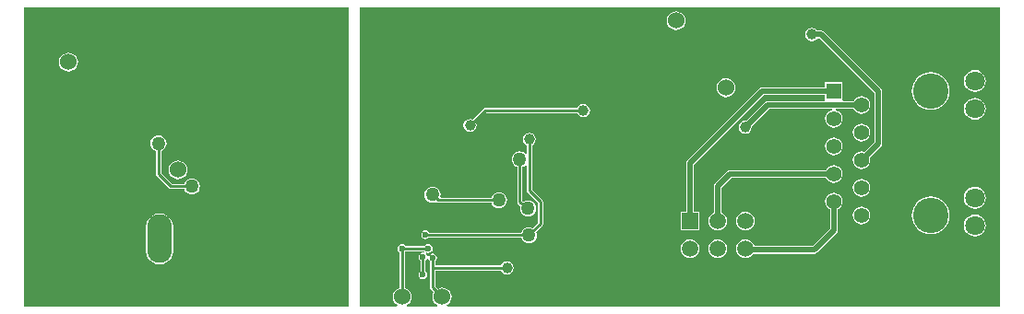
<source format=gbl>
G04*
G04 #@! TF.GenerationSoftware,Altium Limited,Altium Designer,19.0.11 (319)*
G04*
G04 Layer_Physical_Order=2*
G04 Layer_Color=16711680*
%FSLAX44Y44*%
%MOMM*%
G71*
G01*
G75*
%ADD10C,0.5000*%
%ADD11C,0.2540*%
%ADD12R,1.4080X1.4080*%
%ADD13C,1.4080*%
%ADD14C,2.4000*%
%ADD15C,3.2500*%
%ADD16C,1.8000*%
%ADD17C,1.5240*%
%ADD18R,1.5000X1.5000*%
%ADD19C,1.5000*%
%ADD20O,2.0000X4.0000*%
%ADD21O,4.0000X2.0000*%
%ADD22O,2.2500X4.5000*%
%ADD23C,0.8000*%
%ADD24C,1.0000*%
%ADD25C,0.6000*%
%ADD26C,1.2700*%
G36*
X808268Y722706D02*
X807698Y722326D01*
Y689511D01*
X809731Y688670D01*
X811532Y687288D01*
X812914Y685487D01*
X813782Y683390D01*
X814078Y681140D01*
X813782Y678890D01*
X812914Y676793D01*
X811532Y674992D01*
X809731Y673611D01*
X809668Y673585D01*
X809921Y672315D01*
X837677D01*
X837930Y673585D01*
X837867Y673611D01*
X836066Y674992D01*
X834684Y676793D01*
X833816Y678890D01*
X833520Y681140D01*
X833816Y683390D01*
X834658Y685423D01*
X831823Y688257D01*
X831322Y689008D01*
X831145Y689894D01*
Y706540D01*
Y713544D01*
X830576Y713924D01*
X829692Y715247D01*
X829490Y716264D01*
X828269Y716298D01*
X828191Y716283D01*
X827318Y714976D01*
X826748Y714596D01*
Y704724D01*
X827318Y704344D01*
X828202Y703021D01*
X828512Y701460D01*
X828202Y699899D01*
X827318Y698576D01*
X825995Y697692D01*
X824434Y697382D01*
X822873Y697692D01*
X821550Y698576D01*
X820666Y699899D01*
X820356Y701460D01*
X820666Y703021D01*
X821550Y704344D01*
X822120Y704724D01*
Y714596D01*
X821550Y714976D01*
X820666Y716299D01*
X820356Y717860D01*
X820666Y719421D01*
X821550Y720744D01*
X822873Y721628D01*
X824434Y721938D01*
X824855Y721855D01*
X825677Y722986D01*
X825515Y723276D01*
X808648D01*
X808268Y722706D01*
D02*
G37*
G36*
X458778Y672315D02*
X756464D01*
Y947685D01*
X458778D01*
Y672315D01*
D02*
G37*
G36*
X766464D02*
X800847D01*
X801099Y673585D01*
X801037Y673611D01*
X799236Y674992D01*
X797854Y676793D01*
X796986Y678890D01*
X796690Y681140D01*
X796986Y683390D01*
X797854Y685487D01*
X799236Y687288D01*
X801037Y688670D01*
X803070Y689511D01*
Y722326D01*
X802500Y722706D01*
X801616Y724029D01*
X801306Y725590D01*
X801616Y727151D01*
X802500Y728474D01*
X803823Y729358D01*
X805384Y729668D01*
X806945Y729358D01*
X808268Y728474D01*
X808648Y727905D01*
X826250D01*
X826630Y728474D01*
X827953Y729358D01*
X829514Y729668D01*
X831075Y729358D01*
X832398Y728474D01*
X833282Y727151D01*
X833592Y725590D01*
X833282Y724029D01*
X832398Y722706D01*
X831075Y721822D01*
X829514Y721512D01*
X827953Y721822D01*
X827300Y720756D01*
X827318Y720744D01*
X828202Y719421D01*
X828404Y718404D01*
X829625Y718371D01*
X829703Y718385D01*
X830576Y719692D01*
X831899Y720576D01*
X833460Y720887D01*
X835021Y720576D01*
X836344Y719692D01*
X837228Y718369D01*
X837538Y716808D01*
X837228Y715247D01*
X836344Y713924D01*
X835775Y713544D01*
Y710125D01*
X896047D01*
X896052Y710151D01*
X897378Y712136D01*
X899363Y713462D01*
X901704Y713928D01*
X904045Y713462D01*
X906030Y712136D01*
X907356Y710151D01*
X907822Y707810D01*
X907356Y705469D01*
X906030Y703484D01*
X904045Y702158D01*
X901704Y701693D01*
X899363Y702158D01*
X897378Y703484D01*
X896052Y705469D01*
X896047Y705496D01*
X835775D01*
Y690853D01*
X837931Y688696D01*
X839964Y689538D01*
X842214Y689834D01*
X844464Y689538D01*
X846561Y688670D01*
X848362Y687288D01*
X849743Y685487D01*
X850612Y683390D01*
X850908Y681140D01*
X850612Y678890D01*
X849743Y676793D01*
X848362Y674992D01*
X846561Y673611D01*
X846498Y673585D01*
X846751Y672315D01*
X1354149D01*
Y947685D01*
X766464D01*
Y672315D01*
D02*
G37*
%LPC*%
G36*
X499314Y905734D02*
X501564Y905438D01*
X503661Y904570D01*
X505462Y903188D01*
X506843Y901387D01*
X507712Y899290D01*
X508008Y897040D01*
X507712Y894790D01*
X506843Y892693D01*
X505462Y890892D01*
X503661Y889510D01*
X501564Y888642D01*
X499314Y888346D01*
X497064Y888642D01*
X494967Y889510D01*
X493166Y890892D01*
X491784Y892693D01*
X490916Y894790D01*
X490620Y897040D01*
X490916Y899290D01*
X491784Y901387D01*
X493166Y903188D01*
X494967Y904570D01*
X497064Y905438D01*
X499314Y905734D01*
D02*
G37*
G36*
X599644Y806674D02*
X601894Y806378D01*
X603991Y805510D01*
X605792Y804128D01*
X607174Y802327D01*
X608042Y800230D01*
X608338Y797980D01*
X608042Y795730D01*
X607174Y793633D01*
X605792Y791832D01*
X603991Y790451D01*
X601894Y789582D01*
X599644Y789286D01*
X597394Y789582D01*
X595297Y790451D01*
X593496Y791832D01*
X592114Y793633D01*
X591246Y795730D01*
X590950Y797980D01*
X591246Y800230D01*
X592114Y802327D01*
X593496Y804128D01*
X595297Y805510D01*
X597394Y806378D01*
X599644Y806674D01*
D02*
G37*
G36*
X581864Y829672D02*
X583783Y829420D01*
X585571Y828679D01*
X587106Y827501D01*
X588284Y825966D01*
X589025Y824178D01*
X589277Y822259D01*
X589025Y820340D01*
X588284Y818552D01*
X587106Y817017D01*
X585571Y815839D01*
X584178Y815262D01*
Y795129D01*
X594253Y785054D01*
X605517D01*
X606094Y786447D01*
X607272Y787982D01*
X608807Y789160D01*
X610595Y789901D01*
X612514Y790153D01*
X614433Y789901D01*
X616221Y789160D01*
X617756Y787982D01*
X618934Y786447D01*
X619675Y784659D01*
X619927Y782740D01*
X619675Y780821D01*
X618934Y779033D01*
X617756Y777498D01*
X616221Y776320D01*
X614433Y775579D01*
X612514Y775327D01*
X610595Y775579D01*
X608807Y776320D01*
X607272Y777498D01*
X606094Y779033D01*
X605517Y780425D01*
X593294D01*
X592408Y780602D01*
X591657Y781103D01*
X580227Y792533D01*
X579726Y793284D01*
X579549Y794170D01*
Y815262D01*
X578157Y815839D01*
X576622Y817017D01*
X575444Y818552D01*
X574703Y820340D01*
X574450Y822259D01*
X574703Y824178D01*
X575444Y825966D01*
X576622Y827501D01*
X578157Y828679D01*
X579945Y829420D01*
X581864Y829672D01*
D02*
G37*
G36*
X582904Y758086D02*
X586102Y757665D01*
X589082Y756430D01*
X591641Y754467D01*
X593604Y751908D01*
X594839Y748928D01*
X595260Y745730D01*
Y723230D01*
X594839Y720032D01*
X593604Y717052D01*
X591641Y714493D01*
X589082Y712530D01*
X586102Y711295D01*
X582904Y710874D01*
X579706Y711295D01*
X576726Y712530D01*
X574167Y714493D01*
X572204Y717052D01*
X570969Y720032D01*
X570548Y723230D01*
Y745730D01*
X570969Y748928D01*
X572204Y751908D01*
X574167Y754467D01*
X576726Y756430D01*
X579706Y757665D01*
X582904Y758086D01*
D02*
G37*
G36*
X1056844Y943834D02*
X1059094Y943538D01*
X1061191Y942670D01*
X1062992Y941288D01*
X1064373Y939487D01*
X1065242Y937390D01*
X1065538Y935140D01*
X1065242Y932890D01*
X1064373Y930793D01*
X1062992Y928992D01*
X1061191Y927610D01*
X1059094Y926742D01*
X1056844Y926446D01*
X1054594Y926742D01*
X1052497Y927610D01*
X1050696Y928992D01*
X1049314Y930793D01*
X1048446Y932890D01*
X1048150Y935140D01*
X1048446Y937390D01*
X1049314Y939487D01*
X1050696Y941288D01*
X1052497Y942670D01*
X1054594Y943538D01*
X1056844Y943834D01*
D02*
G37*
G36*
X1181304Y928558D02*
X1183645Y928092D01*
X1185630Y926766D01*
X1186136Y926009D01*
X1190194D01*
X1191560Y925737D01*
X1192717Y924963D01*
X1244787Y872893D01*
X1245561Y871736D01*
X1245833Y870370D01*
Y822110D01*
X1245561Y820744D01*
X1244787Y819587D01*
X1234656Y809455D01*
X1234857Y808969D01*
X1235133Y806870D01*
X1234857Y804771D01*
X1234047Y802815D01*
X1232758Y801136D01*
X1231079Y799847D01*
X1229123Y799037D01*
X1227024Y798761D01*
X1224925Y799037D01*
X1222969Y799847D01*
X1221290Y801136D01*
X1220001Y802815D01*
X1219191Y804771D01*
X1218915Y806870D01*
X1219191Y808969D01*
X1220001Y810925D01*
X1221290Y812604D01*
X1222969Y813893D01*
X1224925Y814703D01*
X1227024Y814979D01*
X1229123Y814703D01*
X1229609Y814502D01*
X1238695Y823588D01*
Y868892D01*
X1188716Y918871D01*
X1186136D01*
X1185630Y918114D01*
X1183645Y916788D01*
X1181304Y916322D01*
X1178963Y916788D01*
X1176978Y918114D01*
X1175652Y920099D01*
X1175186Y922440D01*
X1175652Y924781D01*
X1176978Y926766D01*
X1178963Y928092D01*
X1181304Y928558D01*
D02*
G37*
G36*
X1331124Y889756D02*
X1333734Y889413D01*
X1336167Y888405D01*
X1338256Y886802D01*
X1339859Y884713D01*
X1340867Y882281D01*
X1341210Y879670D01*
X1340867Y877059D01*
X1339859Y874627D01*
X1338256Y872538D01*
X1336167Y870935D01*
X1333734Y869927D01*
X1331124Y869584D01*
X1328513Y869927D01*
X1326081Y870935D01*
X1323992Y872538D01*
X1322389Y874627D01*
X1321381Y877059D01*
X1321038Y879670D01*
X1321381Y882281D01*
X1322389Y884713D01*
X1323992Y886802D01*
X1326081Y888405D01*
X1328513Y889413D01*
X1331124Y889756D01*
D02*
G37*
G36*
X1102564Y882161D02*
X1104814Y881865D01*
X1106911Y880996D01*
X1108712Y879614D01*
X1110094Y877814D01*
X1110962Y875717D01*
X1111258Y873467D01*
X1110962Y871216D01*
X1110094Y869119D01*
X1108712Y867319D01*
X1106911Y865937D01*
X1104814Y865069D01*
X1102564Y864772D01*
X1100314Y865069D01*
X1098217Y865937D01*
X1096416Y867319D01*
X1095034Y869119D01*
X1094166Y871216D01*
X1093870Y873467D01*
X1094166Y875717D01*
X1095034Y877814D01*
X1096416Y879614D01*
X1098217Y880996D01*
X1100314Y881865D01*
X1102564Y882161D01*
D02*
G37*
G36*
X1290524Y887703D02*
X1293906Y887370D01*
X1297157Y886384D01*
X1300154Y884782D01*
X1302781Y882627D01*
X1304936Y880000D01*
X1306538Y877003D01*
X1307524Y873752D01*
X1307857Y870370D01*
X1307524Y866988D01*
X1306538Y863737D01*
X1304936Y860740D01*
X1302781Y858113D01*
X1300154Y855958D01*
X1297157Y854356D01*
X1293906Y853370D01*
X1290524Y853036D01*
X1287142Y853370D01*
X1283891Y854356D01*
X1280894Y855958D01*
X1278267Y858113D01*
X1276112Y860740D01*
X1274510Y863737D01*
X1273524Y866988D01*
X1273191Y870370D01*
X1273524Y873752D01*
X1274510Y877003D01*
X1276112Y880000D01*
X1278267Y882627D01*
X1280894Y884782D01*
X1283891Y886384D01*
X1287142Y887370D01*
X1290524Y887703D01*
D02*
G37*
G36*
X1331124Y864256D02*
X1333734Y863913D01*
X1336167Y862905D01*
X1338256Y861302D01*
X1339859Y859213D01*
X1340867Y856780D01*
X1341210Y854170D01*
X1340867Y851560D01*
X1339859Y849127D01*
X1338256Y847038D01*
X1336167Y845435D01*
X1333734Y844427D01*
X1331124Y844084D01*
X1328513Y844427D01*
X1326081Y845435D01*
X1323992Y847038D01*
X1322389Y849127D01*
X1321381Y851560D01*
X1321038Y854170D01*
X1321381Y856780D01*
X1322389Y859213D01*
X1323992Y861302D01*
X1326081Y862905D01*
X1328513Y863913D01*
X1331124Y864256D01*
D02*
G37*
G36*
X971754Y858708D02*
X974095Y858242D01*
X976080Y856916D01*
X977406Y854931D01*
X977871Y852590D01*
X977406Y850249D01*
X976080Y848264D01*
X974095Y846938D01*
X971754Y846472D01*
X969413Y846938D01*
X967428Y848264D01*
X966102Y850249D01*
X966097Y850275D01*
X882543D01*
X873451Y841184D01*
X873466Y841161D01*
X873932Y838820D01*
X873466Y836479D01*
X872140Y834494D01*
X870155Y833168D01*
X867814Y832702D01*
X865473Y833168D01*
X863488Y834494D01*
X862162Y836479D01*
X861696Y838820D01*
X862162Y841161D01*
X863488Y843146D01*
X865473Y844472D01*
X867814Y844938D01*
X870155Y844472D01*
X870178Y844457D01*
X879947Y854227D01*
X880698Y854728D01*
X881584Y854904D01*
X966097D01*
X966102Y854931D01*
X967428Y856916D01*
X969413Y858242D01*
X971754Y858708D01*
D02*
G37*
G36*
X1227024Y840379D02*
X1229123Y840103D01*
X1231079Y839293D01*
X1232758Y838004D01*
X1234047Y836325D01*
X1234857Y834369D01*
X1235133Y832270D01*
X1234857Y830171D01*
X1234047Y828215D01*
X1232758Y826536D01*
X1231079Y825247D01*
X1229123Y824437D01*
X1227024Y824161D01*
X1224925Y824437D01*
X1222969Y825247D01*
X1221290Y826536D01*
X1220001Y828215D01*
X1219191Y830171D01*
X1218915Y832270D01*
X1219191Y834369D01*
X1220001Y836325D01*
X1221290Y838004D01*
X1222969Y839293D01*
X1224925Y840103D01*
X1227024Y840379D01*
D02*
G37*
G36*
X1201624Y827679D02*
X1203723Y827403D01*
X1205679Y826593D01*
X1207358Y825304D01*
X1208647Y823625D01*
X1209457Y821669D01*
X1209733Y819570D01*
X1209457Y817471D01*
X1208647Y815515D01*
X1207358Y813836D01*
X1205679Y812547D01*
X1203723Y811737D01*
X1201624Y811461D01*
X1199525Y811737D01*
X1197569Y812547D01*
X1195890Y813836D01*
X1194601Y815515D01*
X1193791Y817471D01*
X1193515Y819570D01*
X1193791Y821669D01*
X1194601Y823625D01*
X1195890Y825304D01*
X1197569Y826593D01*
X1199525Y827403D01*
X1201624Y827679D01*
D02*
G37*
G36*
X1227024Y789579D02*
X1229123Y789303D01*
X1231079Y788493D01*
X1232758Y787204D01*
X1234047Y785525D01*
X1234857Y783569D01*
X1235133Y781470D01*
X1234857Y779371D01*
X1234047Y777415D01*
X1232758Y775736D01*
X1231079Y774447D01*
X1229123Y773637D01*
X1227024Y773361D01*
X1224925Y773637D01*
X1222969Y774447D01*
X1221290Y775736D01*
X1220001Y777415D01*
X1219191Y779371D01*
X1218915Y781470D01*
X1219191Y783569D01*
X1220001Y785525D01*
X1221290Y787204D01*
X1222969Y788493D01*
X1224925Y789303D01*
X1227024Y789579D01*
D02*
G37*
G36*
X833324Y782533D02*
X835243Y782281D01*
X837031Y781540D01*
X838566Y780362D01*
X839744Y778827D01*
X840485Y777039D01*
X840737Y775120D01*
X840540Y773624D01*
X841351Y772355D01*
X887287D01*
X887864Y773747D01*
X889042Y775282D01*
X890577Y776460D01*
X892365Y777201D01*
X894284Y777453D01*
X896203Y777201D01*
X897991Y776460D01*
X899526Y775282D01*
X900704Y773747D01*
X901445Y771959D01*
X901697Y770040D01*
X901445Y768121D01*
X900704Y766333D01*
X899526Y764798D01*
X897991Y763620D01*
X896203Y762879D01*
X894284Y762627D01*
X892365Y762879D01*
X890577Y763620D01*
X889042Y764798D01*
X887864Y766333D01*
X887287Y767726D01*
X838404D01*
X837518Y767902D01*
X836767Y768403D01*
X836635Y768536D01*
X835243Y767959D01*
X833324Y767707D01*
X831405Y767959D01*
X829617Y768700D01*
X828082Y769878D01*
X826904Y771413D01*
X826163Y773201D01*
X825910Y775120D01*
X826163Y777039D01*
X826904Y778827D01*
X828082Y780362D01*
X829617Y781540D01*
X831405Y782281D01*
X833324Y782533D01*
D02*
G37*
G36*
X922224Y832038D02*
X924565Y831572D01*
X926550Y830246D01*
X927876Y828261D01*
X928342Y825920D01*
X927876Y823579D01*
X926550Y821594D01*
X924565Y820268D01*
X924538Y820263D01*
Y779889D01*
X934020Y770407D01*
X934522Y769656D01*
X934698Y768770D01*
Y748530D01*
X934522Y747644D01*
X934020Y746893D01*
X928298Y741171D01*
X928875Y739779D01*
X929127Y737860D01*
X928875Y735941D01*
X928134Y734153D01*
X926956Y732618D01*
X925421Y731440D01*
X923633Y730699D01*
X921714Y730447D01*
X919795Y730699D01*
X918007Y731440D01*
X916472Y732618D01*
X915294Y734153D01*
X914717Y735546D01*
X829951D01*
X829858Y735406D01*
X828535Y734522D01*
X826974Y734212D01*
X825413Y734522D01*
X824090Y735406D01*
X823206Y736729D01*
X822896Y738290D01*
X823206Y739851D01*
X824090Y741174D01*
X825413Y742058D01*
X826974Y742368D01*
X828535Y742058D01*
X829858Y741174D01*
X830526Y740174D01*
X914717D01*
X915294Y741567D01*
X916472Y743102D01*
X918007Y744280D01*
X919795Y745021D01*
X921714Y745273D01*
X923633Y745021D01*
X925025Y744444D01*
X930070Y749489D01*
Y767811D01*
X920587Y777293D01*
X920086Y778044D01*
X919910Y778930D01*
Y801963D01*
X918640Y802394D01*
X918636Y802390D01*
X917101Y801212D01*
X915708Y800635D01*
Y769669D01*
X916845Y768532D01*
X917247Y768840D01*
X919035Y769581D01*
X920954Y769833D01*
X922873Y769581D01*
X924661Y768840D01*
X926196Y767662D01*
X927374Y766127D01*
X928115Y764339D01*
X928367Y762420D01*
X928115Y760501D01*
X927374Y758713D01*
X926196Y757178D01*
X924661Y756000D01*
X922873Y755259D01*
X920954Y755007D01*
X919035Y755259D01*
X917247Y756000D01*
X915712Y757178D01*
X914534Y758713D01*
X913793Y760501D01*
X913540Y762420D01*
X913793Y764339D01*
X913998Y764833D01*
X911757Y767073D01*
X911256Y767824D01*
X911079Y768710D01*
Y800635D01*
X909687Y801212D01*
X908152Y802390D01*
X906974Y803925D01*
X906233Y805713D01*
X905981Y807632D01*
X906233Y809551D01*
X906974Y811339D01*
X908152Y812874D01*
X909687Y814052D01*
X911475Y814793D01*
X913394Y815045D01*
X915313Y814793D01*
X917101Y814052D01*
X918636Y812874D01*
X918640Y812870D01*
X919910Y813301D01*
Y820263D01*
X919883Y820268D01*
X917898Y821594D01*
X916572Y823579D01*
X916106Y825920D01*
X916572Y828261D01*
X917898Y830246D01*
X919883Y831572D01*
X922224Y832038D01*
D02*
G37*
G36*
X1331124Y782356D02*
X1333734Y782013D01*
X1336167Y781005D01*
X1338256Y779402D01*
X1339859Y777313D01*
X1340867Y774881D01*
X1341210Y772270D01*
X1340867Y769660D01*
X1339859Y767227D01*
X1338256Y765138D01*
X1336167Y763535D01*
X1333734Y762527D01*
X1331124Y762184D01*
X1328513Y762527D01*
X1326081Y763535D01*
X1323992Y765138D01*
X1322389Y767227D01*
X1321381Y769660D01*
X1321038Y772270D01*
X1321381Y774881D01*
X1322389Y777313D01*
X1323992Y779402D01*
X1326081Y781005D01*
X1328513Y782013D01*
X1331124Y782356D01*
D02*
G37*
G36*
X1227024Y764179D02*
X1229123Y763903D01*
X1231079Y763093D01*
X1232758Y761804D01*
X1234047Y760125D01*
X1234857Y758169D01*
X1235133Y756070D01*
X1234857Y753971D01*
X1234047Y752015D01*
X1232758Y750336D01*
X1231079Y749047D01*
X1229123Y748237D01*
X1227024Y747961D01*
X1224925Y748237D01*
X1222969Y749047D01*
X1221290Y750336D01*
X1220001Y752015D01*
X1219191Y753971D01*
X1218915Y756070D01*
X1219191Y758169D01*
X1220001Y760125D01*
X1221290Y761804D01*
X1222969Y763093D01*
X1224925Y763903D01*
X1227024Y764179D01*
D02*
G37*
G36*
X1193584Y878410D02*
X1209664D01*
Y862509D01*
X1209664Y862330D01*
X1210095Y861239D01*
X1219800D01*
X1220001Y861725D01*
X1221290Y863404D01*
X1222969Y864693D01*
X1224925Y865503D01*
X1227024Y865779D01*
X1229123Y865503D01*
X1231079Y864693D01*
X1232758Y863404D01*
X1234047Y861725D01*
X1234857Y859769D01*
X1235133Y857670D01*
X1234857Y855571D01*
X1234047Y853615D01*
X1232758Y851936D01*
X1231079Y850647D01*
X1229123Y849837D01*
X1227024Y849561D01*
X1224925Y849837D01*
X1222969Y850647D01*
X1221290Y851936D01*
X1220001Y853615D01*
X1219800Y854101D01*
X1203590D01*
X1203507Y852831D01*
X1203723Y852803D01*
X1205679Y851993D01*
X1207358Y850704D01*
X1208647Y849025D01*
X1209457Y847069D01*
X1209733Y844970D01*
X1209457Y842871D01*
X1208647Y840915D01*
X1207358Y839236D01*
X1205679Y837947D01*
X1203723Y837137D01*
X1201624Y836861D01*
X1199525Y837137D01*
X1197569Y837947D01*
X1195890Y839236D01*
X1194601Y840915D01*
X1193791Y842871D01*
X1193515Y844970D01*
X1193791Y847069D01*
X1194601Y849025D01*
X1195890Y850704D01*
X1197569Y851993D01*
X1199525Y852803D01*
X1199741Y852831D01*
X1199658Y854101D01*
X1142142D01*
X1126284Y838243D01*
X1126461Y837350D01*
X1125996Y835009D01*
X1124670Y833024D01*
X1122685Y831698D01*
X1120344Y831233D01*
X1118003Y831698D01*
X1116018Y833024D01*
X1114692Y835009D01*
X1114226Y837350D01*
X1114692Y839691D01*
X1116018Y841676D01*
X1118003Y843002D01*
X1120344Y843468D01*
X1121237Y843290D01*
X1138141Y860193D01*
X1139298Y860967D01*
X1140664Y861239D01*
X1193153D01*
X1193584Y862330D01*
X1193584Y862509D01*
Y866801D01*
X1137062D01*
X1073112Y802852D01*
Y759490D01*
X1078044D01*
Y742490D01*
X1061044D01*
Y759490D01*
X1065975D01*
Y804330D01*
X1066247Y805696D01*
X1067021Y806853D01*
X1133061Y872893D01*
X1134218Y873667D01*
X1135584Y873939D01*
X1193584D01*
Y878410D01*
D02*
G37*
G36*
X1201624Y802279D02*
X1203723Y802003D01*
X1205679Y801193D01*
X1207358Y799904D01*
X1208647Y798225D01*
X1209457Y796269D01*
X1209733Y794170D01*
X1209457Y792071D01*
X1208647Y790115D01*
X1207358Y788436D01*
X1205679Y787147D01*
X1203723Y786337D01*
X1201624Y786061D01*
X1199525Y786337D01*
X1197569Y787147D01*
X1195890Y788436D01*
X1194601Y790115D01*
X1194400Y790601D01*
X1107852D01*
X1098512Y781262D01*
Y758712D01*
X1099231Y758415D01*
X1101006Y757052D01*
X1102369Y755277D01*
X1103225Y753209D01*
X1103517Y750990D01*
X1103225Y748771D01*
X1102369Y746703D01*
X1101006Y744928D01*
X1099231Y743565D01*
X1097163Y742709D01*
X1094944Y742417D01*
X1092725Y742709D01*
X1090657Y743565D01*
X1088882Y744928D01*
X1087519Y746703D01*
X1086663Y748771D01*
X1086371Y750990D01*
X1086663Y753209D01*
X1087519Y755277D01*
X1088882Y757052D01*
X1090657Y758415D01*
X1091375Y758712D01*
Y782740D01*
X1091647Y784106D01*
X1092421Y785263D01*
X1103851Y796693D01*
X1105008Y797467D01*
X1106374Y797739D01*
X1194400D01*
X1194601Y798225D01*
X1195890Y799904D01*
X1197569Y801193D01*
X1199525Y802003D01*
X1201624Y802279D01*
D02*
G37*
G36*
X1120344Y759563D02*
X1122563Y759271D01*
X1124631Y758415D01*
X1126406Y757052D01*
X1127769Y755277D01*
X1128625Y753209D01*
X1128917Y750990D01*
X1128625Y748771D01*
X1127769Y746703D01*
X1126406Y744928D01*
X1124631Y743565D01*
X1122563Y742709D01*
X1120344Y742417D01*
X1118125Y742709D01*
X1116057Y743565D01*
X1114282Y744928D01*
X1112919Y746703D01*
X1112063Y748771D01*
X1111771Y750990D01*
X1112063Y753209D01*
X1112919Y755277D01*
X1114282Y757052D01*
X1116057Y758415D01*
X1118125Y759271D01*
X1120344Y759563D01*
D02*
G37*
G36*
X1290524Y773403D02*
X1293906Y773070D01*
X1297157Y772084D01*
X1300154Y770482D01*
X1302781Y768327D01*
X1304936Y765700D01*
X1306538Y762703D01*
X1307524Y759452D01*
X1307857Y756070D01*
X1307524Y752688D01*
X1306538Y749437D01*
X1304936Y746440D01*
X1302781Y743813D01*
X1300154Y741658D01*
X1297157Y740056D01*
X1293906Y739070D01*
X1290524Y738736D01*
X1287142Y739070D01*
X1283891Y740056D01*
X1280894Y741658D01*
X1278267Y743813D01*
X1276112Y746440D01*
X1274510Y749437D01*
X1273524Y752688D01*
X1273191Y756070D01*
X1273524Y759452D01*
X1274510Y762703D01*
X1276112Y765700D01*
X1278267Y768327D01*
X1280894Y770482D01*
X1283891Y772084D01*
X1287142Y773070D01*
X1290524Y773403D01*
D02*
G37*
G36*
X1331124Y756856D02*
X1333734Y756513D01*
X1336167Y755505D01*
X1338256Y753902D01*
X1339859Y751813D01*
X1340867Y749380D01*
X1341210Y746770D01*
X1340867Y744159D01*
X1339859Y741727D01*
X1338256Y739638D01*
X1336167Y738035D01*
X1333734Y737027D01*
X1331124Y736684D01*
X1328513Y737027D01*
X1326081Y738035D01*
X1323992Y739638D01*
X1322389Y741727D01*
X1321381Y744159D01*
X1321038Y746770D01*
X1321381Y749380D01*
X1322389Y751813D01*
X1323992Y753902D01*
X1326081Y755505D01*
X1328513Y756513D01*
X1331124Y756856D01*
D02*
G37*
G36*
X1069544Y734163D02*
X1071763Y733871D01*
X1073831Y733015D01*
X1075606Y731652D01*
X1076969Y729877D01*
X1077825Y727809D01*
X1078117Y725590D01*
X1077825Y723371D01*
X1076969Y721303D01*
X1075606Y719528D01*
X1073831Y718165D01*
X1071763Y717309D01*
X1069544Y717017D01*
X1067325Y717309D01*
X1065257Y718165D01*
X1063482Y719528D01*
X1062119Y721303D01*
X1061263Y723371D01*
X1060971Y725590D01*
X1061263Y727809D01*
X1062119Y729877D01*
X1063482Y731652D01*
X1065257Y733015D01*
X1067325Y733871D01*
X1069544Y734163D01*
D02*
G37*
G36*
X1094944D02*
X1097163Y733871D01*
X1099231Y733015D01*
X1101006Y731652D01*
X1102369Y729877D01*
X1103225Y727809D01*
X1103517Y725590D01*
X1103225Y723371D01*
X1102369Y721303D01*
X1101006Y719528D01*
X1099231Y718165D01*
X1097163Y717309D01*
X1094944Y717017D01*
X1092725Y717309D01*
X1090657Y718165D01*
X1088882Y719528D01*
X1087519Y721303D01*
X1086663Y723371D01*
X1086371Y725590D01*
X1086663Y727809D01*
X1087519Y729877D01*
X1088882Y731652D01*
X1090657Y733015D01*
X1092725Y733871D01*
X1094944Y734163D01*
D02*
G37*
G36*
X1201624Y776879D02*
X1203723Y776603D01*
X1205679Y775793D01*
X1207358Y774504D01*
X1208647Y772825D01*
X1209457Y770869D01*
X1209733Y768770D01*
X1209457Y766671D01*
X1208647Y764715D01*
X1207358Y763036D01*
X1205679Y761747D01*
X1205192Y761546D01*
Y742100D01*
X1204921Y740734D01*
X1204147Y739577D01*
X1186367Y721797D01*
X1185210Y721023D01*
X1183844Y720751D01*
X1127345D01*
X1126406Y719528D01*
X1124631Y718165D01*
X1122563Y717309D01*
X1120344Y717017D01*
X1118125Y717309D01*
X1116057Y718165D01*
X1114282Y719528D01*
X1112919Y721303D01*
X1112063Y723371D01*
X1111771Y725590D01*
X1112063Y727809D01*
X1112919Y729877D01*
X1114282Y731652D01*
X1116057Y733015D01*
X1118125Y733871D01*
X1120344Y734163D01*
X1122563Y733871D01*
X1124631Y733015D01*
X1126406Y731652D01*
X1127769Y729877D01*
X1128592Y727889D01*
X1182366D01*
X1198055Y743578D01*
Y761546D01*
X1197569Y761747D01*
X1195890Y763036D01*
X1194601Y764715D01*
X1193791Y766671D01*
X1193515Y768770D01*
X1193791Y770869D01*
X1194601Y772825D01*
X1195890Y774504D01*
X1197569Y775793D01*
X1199525Y776603D01*
X1201624Y776879D01*
D02*
G37*
%LPD*%
D10*
X1190194Y922440D02*
X1181304D01*
X1242264Y870370D02*
X1190194Y922440D01*
X1242264Y822110D02*
Y870370D01*
Y822110D02*
X1227024Y806870D01*
X1140664Y857670D02*
X1120344Y837350D01*
X1227024Y857670D02*
X1140664D01*
X1069544Y750990D02*
Y804330D01*
X1135584Y870370D02*
X1069544Y804330D01*
X1201624Y870370D02*
X1135584D01*
X1201624Y794170D02*
X1106374D01*
X1094944Y782740D01*
Y750990D02*
Y782740D01*
X1183844Y724320D02*
X1121614D01*
X1120344Y725590D01*
X1201624Y742100D02*
X1183844Y724320D01*
X1201624Y742100D02*
Y768770D01*
D11*
X881584Y852590D02*
X867814Y838820D01*
X922224Y778930D02*
Y825920D01*
X932384Y768770D02*
X922224Y778930D01*
X932384Y748530D02*
Y768770D01*
Y748530D02*
X921714Y737860D01*
X971754Y852590D02*
X881584D01*
X833460Y706540D02*
Y716808D01*
Y689894D02*
Y706540D01*
X834730Y707810D02*
X833460Y706540D01*
X901704Y707810D02*
X834730D01*
X842214Y681140D02*
X833460Y689894D01*
X829514Y725590D02*
X805384D01*
Y681140D02*
Y725590D01*
X824434Y701460D02*
Y717860D01*
X827404Y737860D02*
X826974Y738290D01*
X921714Y737860D02*
X827404D01*
X920954Y762420D02*
X919684D01*
X913394Y768710D01*
Y807632D01*
X894284Y770040D02*
X838404D01*
X833324Y775120D01*
X612514Y782740D02*
X593294D01*
X581864Y794170D01*
Y822259D01*
D12*
X1201624Y870370D02*
D03*
D13*
Y844970D02*
D03*
Y819570D02*
D03*
X1227024Y832270D02*
D03*
Y806870D02*
D03*
Y857670D02*
D03*
X1201624Y794170D02*
D03*
Y768770D02*
D03*
X1227024Y781470D02*
D03*
Y756070D02*
D03*
D14*
X1260024Y891770D02*
D03*
Y734670D02*
D03*
D15*
X1290524Y870370D02*
D03*
Y756070D02*
D03*
D16*
X1331124Y879670D02*
D03*
Y772270D02*
D03*
Y746770D02*
D03*
Y854170D02*
D03*
D17*
X1220674Y927520D02*
D03*
X1102564Y873467D02*
D03*
X1056844Y935140D02*
D03*
X842214Y681140D02*
D03*
X805384D02*
D03*
X599644Y797980D02*
D03*
X499314D02*
D03*
Y897040D02*
D03*
D18*
X1069544Y750990D02*
D03*
D19*
Y725590D02*
D03*
X1094944Y750990D02*
D03*
Y725590D02*
D03*
X1120344Y750990D02*
D03*
Y725590D02*
D03*
D20*
X520904Y734480D02*
D03*
D21*
X550904Y781480D02*
D03*
D22*
X582904Y734480D02*
D03*
D23*
X471464Y930000D02*
D03*
X463964Y915000D02*
D03*
X471464Y900000D02*
D03*
X463964Y885000D02*
D03*
X471464Y870000D02*
D03*
X463964Y855000D02*
D03*
X471464Y840000D02*
D03*
X463964Y825000D02*
D03*
X471464Y810000D02*
D03*
X463964Y795000D02*
D03*
X471464Y780000D02*
D03*
X463964Y765000D02*
D03*
X471464Y750000D02*
D03*
X463964Y735000D02*
D03*
X471464Y720000D02*
D03*
X463964Y705000D02*
D03*
X471464Y690000D02*
D03*
X486464Y930000D02*
D03*
X478964Y915000D02*
D03*
X486464Y900000D02*
D03*
X478964Y825000D02*
D03*
Y795000D02*
D03*
X486464Y780000D02*
D03*
X478964Y765000D02*
D03*
X486464Y750000D02*
D03*
X478964Y735000D02*
D03*
X486464Y720000D02*
D03*
X478964Y705000D02*
D03*
X486464Y690000D02*
D03*
X501464Y930000D02*
D03*
Y780000D02*
D03*
X493964Y765000D02*
D03*
X501464Y750000D02*
D03*
X493964Y735000D02*
D03*
X501464Y720000D02*
D03*
X493964Y705000D02*
D03*
X501464Y690000D02*
D03*
X516464Y930000D02*
D03*
Y840000D02*
D03*
Y780000D02*
D03*
X508964Y765000D02*
D03*
Y705000D02*
D03*
X516464Y690000D02*
D03*
X531464Y930000D02*
D03*
X523964Y915000D02*
D03*
X531464Y840000D02*
D03*
X523964Y825000D02*
D03*
Y765000D02*
D03*
Y705000D02*
D03*
X531464Y690000D02*
D03*
X546464Y930000D02*
D03*
X538964Y765000D02*
D03*
X546464Y750000D02*
D03*
X538964Y735000D02*
D03*
X546464Y720000D02*
D03*
X538964Y705000D02*
D03*
X546464Y690000D02*
D03*
X561464Y930000D02*
D03*
X553964Y735000D02*
D03*
Y705000D02*
D03*
X561464Y690000D02*
D03*
X568964Y825000D02*
D03*
X591464Y930000D02*
D03*
Y900000D02*
D03*
X666464Y780000D02*
D03*
Y750000D02*
D03*
X681464Y930000D02*
D03*
Y780000D02*
D03*
X673964Y765000D02*
D03*
X681464Y750000D02*
D03*
X673964Y735000D02*
D03*
X696464Y930000D02*
D03*
Y690000D02*
D03*
X711464Y930000D02*
D03*
Y900000D02*
D03*
Y840000D02*
D03*
X703964Y825000D02*
D03*
X711464Y810000D02*
D03*
X726464Y930000D02*
D03*
X718964Y915000D02*
D03*
X726464Y900000D02*
D03*
X718964Y885000D02*
D03*
X726464Y870000D02*
D03*
X718964Y855000D02*
D03*
X726464Y840000D02*
D03*
X718964Y825000D02*
D03*
X726464Y810000D02*
D03*
X718964Y795000D02*
D03*
X726464Y780000D02*
D03*
X718964Y705000D02*
D03*
X741464Y930000D02*
D03*
X733964Y915000D02*
D03*
X741464Y900000D02*
D03*
X733964Y885000D02*
D03*
X741464Y870000D02*
D03*
X733964Y855000D02*
D03*
X741464Y840000D02*
D03*
X733964Y825000D02*
D03*
X741464Y810000D02*
D03*
X733964Y795000D02*
D03*
X741464Y690000D02*
D03*
X943964Y842796D02*
D03*
X786464Y930000D02*
D03*
X778964Y915000D02*
D03*
X786464Y900000D02*
D03*
X778964Y885000D02*
D03*
X786464Y870000D02*
D03*
X778964Y855000D02*
D03*
X786464Y840000D02*
D03*
X778964Y825000D02*
D03*
X786464Y810000D02*
D03*
X778964Y795000D02*
D03*
X786464Y780000D02*
D03*
Y690000D02*
D03*
X801464Y930000D02*
D03*
X793964Y915000D02*
D03*
X801464Y900000D02*
D03*
X793964Y885000D02*
D03*
X801464Y870000D02*
D03*
X793964Y855000D02*
D03*
X801464Y840000D02*
D03*
X793964Y825000D02*
D03*
X801464Y810000D02*
D03*
X793964Y795000D02*
D03*
X801464Y780000D02*
D03*
X808964Y825000D02*
D03*
X816464Y810000D02*
D03*
X808964Y795000D02*
D03*
X816464Y780000D02*
D03*
Y750000D02*
D03*
X823964Y825000D02*
D03*
Y795000D02*
D03*
X838964Y825000D02*
D03*
X846464Y780000D02*
D03*
X853964Y825000D02*
D03*
X943964Y885000D02*
D03*
X951464Y810000D02*
D03*
X966464D02*
D03*
Y750000D02*
D03*
X988964Y885000D02*
D03*
X996464Y870000D02*
D03*
Y780000D02*
D03*
X1041464Y690000D02*
D03*
X1056464D02*
D03*
X1063964Y705000D02*
D03*
X1071464Y690000D02*
D03*
X1078964Y735000D02*
D03*
X1086464Y690000D02*
D03*
X1101464D02*
D03*
X1116464Y930000D02*
D03*
X1108964Y915000D02*
D03*
X1116464Y900000D02*
D03*
X1108964Y765000D02*
D03*
Y735000D02*
D03*
X1116464Y690000D02*
D03*
X1131464Y930000D02*
D03*
X1123964Y915000D02*
D03*
X1131464Y900000D02*
D03*
X1123964Y885000D02*
D03*
X1131464Y810000D02*
D03*
Y690000D02*
D03*
X1138964Y765000D02*
D03*
Y735000D02*
D03*
X1146464Y690000D02*
D03*
X1161464Y810000D02*
D03*
Y780000D02*
D03*
X1153964Y735000D02*
D03*
X1161464Y690000D02*
D03*
X1168964Y885000D02*
D03*
Y825000D02*
D03*
X1176464Y810000D02*
D03*
Y780000D02*
D03*
X1168964Y765000D02*
D03*
Y735000D02*
D03*
X1176464Y690000D02*
D03*
X1191464Y930000D02*
D03*
X1183964Y885000D02*
D03*
Y825000D02*
D03*
X1191464Y810000D02*
D03*
Y780000D02*
D03*
X1183964Y765000D02*
D03*
X1191464Y720000D02*
D03*
Y690000D02*
D03*
X1206464Y930000D02*
D03*
X1198964Y885000D02*
D03*
X1206464Y780000D02*
D03*
Y720000D02*
D03*
Y690000D02*
D03*
X1213964Y885000D02*
D03*
X1221464Y870000D02*
D03*
X1213964Y825000D02*
D03*
Y795000D02*
D03*
Y765000D02*
D03*
Y735000D02*
D03*
Y705000D02*
D03*
X1221464Y690000D02*
D03*
X1236464Y930000D02*
D03*
Y900000D02*
D03*
Y720000D02*
D03*
X1228964Y705000D02*
D03*
X1236464Y690000D02*
D03*
X1251464Y930000D02*
D03*
Y870000D02*
D03*
Y840000D02*
D03*
Y810000D02*
D03*
X1243964Y795000D02*
D03*
X1251464Y780000D02*
D03*
X1243964Y705000D02*
D03*
X1251464Y690000D02*
D03*
X1266464Y930000D02*
D03*
Y870000D02*
D03*
X1258964Y855000D02*
D03*
X1266464Y840000D02*
D03*
X1258964Y825000D02*
D03*
X1266464Y810000D02*
D03*
X1258964Y795000D02*
D03*
X1266464Y780000D02*
D03*
X1258964Y765000D02*
D03*
Y705000D02*
D03*
X1266464Y690000D02*
D03*
X1281464Y930000D02*
D03*
Y900000D02*
D03*
X1273964Y855000D02*
D03*
X1281464Y840000D02*
D03*
X1273964Y825000D02*
D03*
X1281464Y810000D02*
D03*
X1273964Y795000D02*
D03*
X1281464Y780000D02*
D03*
Y720000D02*
D03*
X1273964Y705000D02*
D03*
X1281464Y690000D02*
D03*
X1296464Y930000D02*
D03*
Y900000D02*
D03*
Y840000D02*
D03*
X1288964Y825000D02*
D03*
X1296464Y810000D02*
D03*
X1288964Y795000D02*
D03*
X1296464Y780000D02*
D03*
Y720000D02*
D03*
X1288964Y705000D02*
D03*
X1296464Y690000D02*
D03*
X1311464Y930000D02*
D03*
Y900000D02*
D03*
Y840000D02*
D03*
X1303964Y825000D02*
D03*
X1311464Y810000D02*
D03*
X1303964Y795000D02*
D03*
X1311464Y780000D02*
D03*
Y750000D02*
D03*
X1303964Y735000D02*
D03*
X1311464Y720000D02*
D03*
X1303964Y705000D02*
D03*
X1311464Y690000D02*
D03*
X1326464Y930000D02*
D03*
Y840000D02*
D03*
X1318964Y825000D02*
D03*
X1326464Y810000D02*
D03*
X1318964Y795000D02*
D03*
Y765000D02*
D03*
Y735000D02*
D03*
X1326464Y720000D02*
D03*
X1318964Y705000D02*
D03*
X1326464Y690000D02*
D03*
X1341464Y930000D02*
D03*
X1333964Y915000D02*
D03*
X1341464Y900000D02*
D03*
Y870000D02*
D03*
Y840000D02*
D03*
X1333964Y825000D02*
D03*
X1341464Y810000D02*
D03*
X1333964Y795000D02*
D03*
X1341464Y720000D02*
D03*
X1333964Y705000D02*
D03*
X1341464Y690000D02*
D03*
D24*
X1181304Y922440D02*
D03*
X1120344Y837350D02*
D03*
X867814Y838820D02*
D03*
X922224Y825920D02*
D03*
X971754Y852590D02*
D03*
X901704Y707810D02*
D03*
D25*
X833460Y716808D02*
D03*
X829514Y725590D02*
D03*
X824434Y701460D02*
D03*
Y717860D02*
D03*
X805384Y725590D02*
D03*
X826974Y738290D02*
D03*
D26*
X920954Y762420D02*
D03*
X913394Y807632D02*
D03*
X894284Y770040D02*
D03*
X833324Y775120D02*
D03*
X921714Y737860D02*
D03*
X612514Y782740D02*
D03*
X581864Y822259D02*
D03*
M02*

</source>
